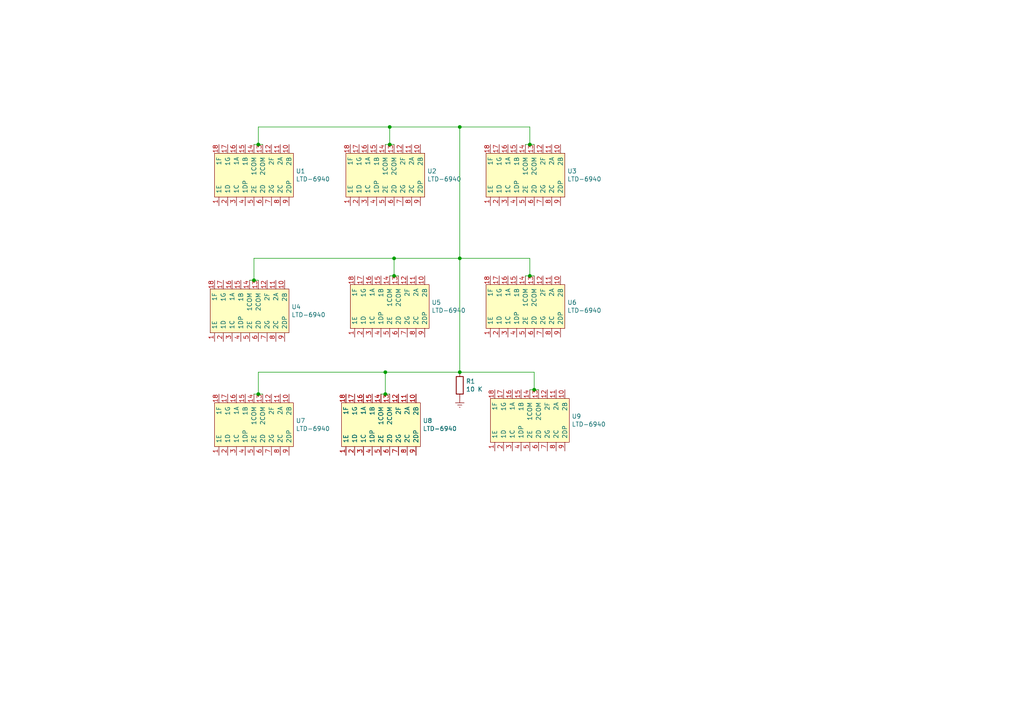
<source format=kicad_sch>
(kicad_sch (version 20211123) (generator eeschema)
  (paper "A4")
  (lib_symbols
    (symbol "Device:R" (pin_numbers hide) (pin_names (offset 0))
      (property "Reference" "R" (at 2.032 0 90))
      (property "Value" "R" (at 0 0 90))
      (symbol "R_0_1"
        (rectangle (start -1.016 -2.54) (end 1.016 2.54) (stroke (width 0.254)))
      )
      (symbol "R_1_1"
        (pin passive line (at 0 3.81 270) (length 1.27) (name "~") (number "1"))
        (pin passive line (at 0 -3.81 90) (length 1.27) (name "~") (number "2"))
      )
    )
    (symbol "power:Earth" (power) (pin_names (offset 0))
      (symbol "Earth_0_1"
        (polyline (pts (xy -0.635 -1.905) (xy 0.635 -1.905)))
        (polyline (pts (xy -0.127 -2.54) (xy 0.127 -2.54)))
        (polyline (pts (xy 0 -1.27) (xy 0 0)))
        (polyline (pts (xy 1.27 -1.27) (xy -1.27 -1.27)))
      )
      (symbol "Earth_1_1"
        (pin power_in line (at 0 0 270) (length 0) hide (name "Earth") (number "1"))
      )
    )
    (symbol "radio_controller-rescue:LTD-6940-Display" (pin_names (offset 1.016))
      (property "Reference" "U" (at 0 0 0))
      (property "Value" "LTD-6940-Display" (at 0 0 0))
      (symbol "LTD-6940-Display_0_1"
        (rectangle (start -11.43 17.78) (end 11.43 5.08) (fill (type background)))
      )
      (symbol "LTD-6940-Display_1_1"
        (pin power_in line (at -10.16 2.54 90) (length 2.54) (name "1E") (number "1"))
        (pin power_in line (at 10.16 20.32 270) (length 2.54) (name "2B") (number "10"))
        (pin power_in line (at 7.62 20.32 270) (length 2.54) (name "2A") (number "11"))
        (pin power_in line (at 5.08 20.32 270) (length 2.54) (name "2F") (number "12"))
        (pin power_out line (at 2.54 20.32 270) (length 2.54) (name "2COM") (number "13"))
        (pin power_out line (at 0 20.32 270) (length 2.54) (name "1COM") (number "14"))
        (pin power_in line (at -2.54 20.32 270) (length 2.54) (name "1B") (number "15"))
        (pin power_in line (at -5.08 20.32 270) (length 2.54) (name "1A") (number "16"))
        (pin power_in line (at -7.62 20.32 270) (length 2.54) (name "1G") (number "17"))
        (pin power_in line (at -10.16 20.32 270) (length 2.54) (name "1F") (number "18"))
        (pin power_in line (at -7.62 2.54 90) (length 2.54) (name "1D") (number "2"))
        (pin power_in line (at -5.08 2.54 90) (length 2.54) (name "1C") (number "3"))
        (pin power_in line (at -2.54 2.54 90) (length 2.54) (name "1DP") (number "4"))
        (pin power_in line (at 0 2.54 90) (length 2.54) (name "2E") (number "5"))
        (pin power_in line (at 2.54 2.54 90) (length 2.54) (name "2D") (number "6"))
        (pin power_in line (at 5.08 2.54 90) (length 2.54) (name "2G") (number "7"))
        (pin power_in line (at 7.62 2.54 90) (length 2.54) (name "2C") (number "8"))
        (pin power_in line (at 10.16 2.54 90) (length 2.54) (name "2DP") (number "9"))
      )
    )
  )
  (junction (at 113.03 41.91))
  (junction (at 133.35 107.95))
  (junction (at 113.03 36.83))
  (junction (at 133.35 36.83))
  (junction (at 133.35 74.93))
  (junction (at 114.3 80.01))
  (junction (at 153.67 80.01))
  (junction (at 153.67 41.91))
  (junction (at 154.94 113.03))
  (junction (at 111.76 107.95))
  (junction (at 74.93 114.3))
  (junction (at 114.3 74.93))
  (junction (at 74.93 41.91))
  (junction (at 73.66 81.28))
  (junction (at 111.76 114.3))
  (wire (pts (xy 111.76 107.95) (xy 133.35 107.95)))
  (wire (pts (xy 73.66 114.3) (xy 74.93 114.3)))
  (wire (pts (xy 113.03 41.91) (xy 114.3 41.91)))
  (wire (pts (xy 133.35 36.83) (xy 133.35 74.93)))
  (wire (pts (xy 74.93 114.3) (xy 74.93 107.95)))
  (wire (pts (xy 153.67 36.83) (xy 153.67 41.91)))
  (wire (pts (xy 113.03 80.01) (xy 114.3 80.01)))
  (wire (pts (xy 74.93 107.95) (xy 111.76 107.95)))
  (wire (pts (xy 73.66 41.91) (xy 74.93 41.91)))
  (wire (pts (xy 133.35 74.93) (xy 133.35 107.95)))
  (wire (pts (xy 152.4 80.01) (xy 153.67 80.01)))
  (wire (pts (xy 114.3 74.93) (xy 133.35 74.93)))
  (wire (pts (xy 113.03 36.83) (xy 113.03 41.91)))
  (wire (pts (xy 111.76 114.3) (xy 113.03 114.3)))
  (wire (pts (xy 153.67 113.03) (xy 154.94 113.03)))
  (wire (pts (xy 73.66 81.28) (xy 74.93 81.28)))
  (wire (pts (xy 74.93 114.3) (xy 76.2 114.3)))
  (wire (pts (xy 72.39 81.28) (xy 73.66 81.28)))
  (wire (pts (xy 74.93 36.83) (xy 113.03 36.83)))
  (wire (pts (xy 154.94 107.95) (xy 154.94 113.03)))
  (wire (pts (xy 111.76 107.95) (xy 111.76 114.3)))
  (wire (pts (xy 114.3 74.93) (xy 114.3 80.01)))
  (wire (pts (xy 153.67 80.01) (xy 154.94 80.01)))
  (wire (pts (xy 111.76 41.91) (xy 113.03 41.91)))
  (wire (pts (xy 73.66 74.93) (xy 114.3 74.93)))
  (wire (pts (xy 154.94 113.03) (xy 156.21 113.03)))
  (wire (pts (xy 133.35 36.83) (xy 153.67 36.83)))
  (wire (pts (xy 153.67 74.93) (xy 153.67 80.01)))
  (wire (pts (xy 153.67 41.91) (xy 154.94 41.91)))
  (wire (pts (xy 152.4 41.91) (xy 153.67 41.91)))
  (wire (pts (xy 114.3 80.01) (xy 115.57 80.01)))
  (wire (pts (xy 133.35 107.95) (xy 154.94 107.95)))
  (wire (pts (xy 133.35 74.93) (xy 153.67 74.93)))
  (wire (pts (xy 113.03 36.83) (xy 133.35 36.83)))
  (wire (pts (xy 74.93 41.91) (xy 76.2 41.91)))
  (wire (pts (xy 110.49 114.3) (xy 111.76 114.3)))
  (wire (pts (xy 74.93 41.91) (xy 74.93 36.83)))
  (wire (pts (xy 73.66 81.28) (xy 73.66 74.93)))
  (symbol (lib_id "radio_controller-rescue:LTD-6940-Display") (at 73.66 62.23 0) (unit 1)
    (property "Reference" "U1" (at 85.8012 49.6316 0) (effects (justify left)))
    (property "Value" "LTD-6940" (at 85.8012 51.943 0) (effects (justify left)))
  )
  (symbol (lib_id "radio_controller-rescue:LTD-6940-Display") (at 111.76 62.23 0) (unit 1)
    (property "Reference" "U2" (at 123.9012 49.6316 0) (effects (justify left)))
    (property "Value" "LTD-6940" (at 123.9012 51.943 0) (effects (justify left)))
  )
  (symbol (lib_id "radio_controller-rescue:LTD-6940-Display") (at 152.4 62.23 0) (unit 1)
    (property "Reference" "U3" (at 164.5412 49.6316 0) (effects (justify left)))
    (property "Value" "LTD-6940" (at 164.5412 51.943 0) (effects (justify left)))
  )
  (symbol (lib_id "radio_controller-rescue:LTD-6940-Display") (at 73.66 134.62 0) (unit 1)
    (property "Reference" "U7" (at 85.8012 122.0216 0) (effects (justify left)))
    (property "Value" "LTD-6940" (at 85.8012 124.333 0) (effects (justify left)))
  )
  (symbol (lib_id "radio_controller-rescue:LTD-6940-Display") (at 110.49 134.62 0) (unit 1)
    (property "Reference" "U8" (at 122.6312 122.0216 0) (effects (justify left)))
    (property "Value" "LTD-6940" (at 122.6312 124.333 0) (effects (justify left)))
  )
  (symbol (lib_id "radio_controller-rescue:LTD-6940-Display") (at 72.39 101.6 0) (unit 1)
    (property "Reference" "U4" (at 84.5312 89.0016 0) (effects (justify left)))
    (property "Value" "LTD-6940" (at 84.5312 91.313 0) (effects (justify left)))
  )
  (symbol (lib_id "radio_controller-rescue:LTD-6940-Display") (at 113.03 100.33 0) (unit 1)
    (property "Reference" "U5" (at 125.1712 87.7316 0) (effects (justify left)))
    (property "Value" "LTD-6940" (at 125.1712 90.043 0) (effects (justify left)))
  )
  (symbol (lib_id "radio_controller-rescue:LTD-6940-Display") (at 152.4 100.33 0) (unit 1)
    (property "Reference" "U6" (at 164.5412 87.7316 0) (effects (justify left)))
    (property "Value" "LTD-6940" (at 164.5412 90.043 0) (effects (justify left)))
  )
  (symbol (lib_id "radio_controller-rescue:LTD-6940-Display") (at 153.67 133.35 0) (unit 1)
    (property "Reference" "U9" (at 165.8112 120.7516 0) (effects (justify left)))
    (property "Value" "LTD-6940" (at 165.8112 123.063 0) (effects (justify left)))
  )
  (symbol (lib_id "Device:R") (at 133.35 111.76 0) (unit 1)
    (property "Reference" "R1" (at 135.128 110.5916 0) (effects (justify left)))
    (property "Value" "10 K" (at 135.128 112.903 0) (effects (justify left)))
  )
  (symbol (lib_id "power:Earth") (at 133.35 115.57 0) (unit 1)
    (property "Reference" "#PWR?" (effects hide))
    (property "Value" "Earth" (effects hide))
  )
)
</source>
